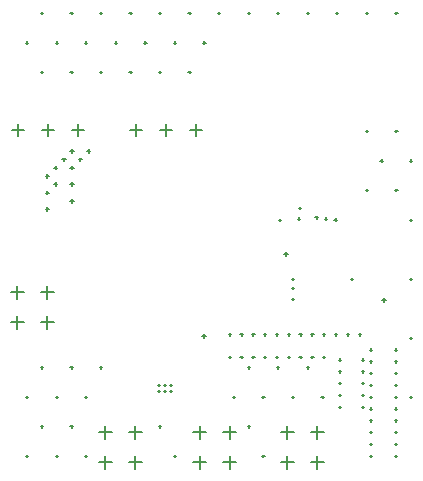
<source format=gbr>
%TF.GenerationSoftware,Altium Limited,Altium Designer,24.6.1 (21)*%
G04 Layer_Color=128*
%FSLAX45Y45*%
%MOMM*%
%TF.SameCoordinates,18E76ECD-83C5-444D-8C50-6D49F83D0F89*%
%TF.FilePolarity,Positive*%
%TF.FileFunction,Drillmap*%
%TF.Part,Single*%
G01*
G75*
%TA.AperFunction,NonConductor*%
%ADD95C,0.12700*%
D95*
X565000Y-1964000D02*
X675000D01*
X620000Y-2019000D02*
Y-1909000D01*
X819000Y-1964000D02*
X929000D01*
X874000Y-2019000D02*
Y-1909000D01*
X565000Y-1710000D02*
X675000D01*
X620000Y-1765000D02*
Y-1655000D01*
X819000Y-1710000D02*
X929000D01*
X874000Y-1765000D02*
Y-1655000D01*
X-454000Y850000D02*
X-354000D01*
X-404000Y800000D02*
Y900000D01*
X-200000Y850000D02*
X-100000D01*
X-150000Y800000D02*
Y900000D01*
X-708000Y850000D02*
X-608000D01*
X-658000Y800000D02*
Y900000D01*
X-1454000Y850000D02*
X-1354000D01*
X-1404000Y800000D02*
Y900000D01*
X-1200000Y850000D02*
X-1100000D01*
X-1150000Y800000D02*
Y900000D01*
X-1708000Y850000D02*
X-1608000D01*
X-1658000Y800000D02*
Y900000D01*
X-1719000Y-526000D02*
X-1609000D01*
X-1664000Y-581000D02*
Y-471000D01*
X-1719000Y-780000D02*
X-1609000D01*
X-1664000Y-835000D02*
Y-725000D01*
X-1465000Y-780000D02*
X-1355000D01*
X-1410000Y-835000D02*
Y-725000D01*
X-1465000Y-526000D02*
X-1355000D01*
X-1410000Y-581000D02*
Y-471000D01*
X-175000Y-1964000D02*
X-65000D01*
X-120000Y-2019000D02*
Y-1909000D01*
X79000Y-1964000D02*
X189000D01*
X134000Y-2019000D02*
Y-1909000D01*
X-175000Y-1710000D02*
X-65000D01*
X-120000Y-1765000D02*
Y-1655000D01*
X79000Y-1710000D02*
X189000D01*
X134000Y-1765000D02*
Y-1655000D01*
X-975000Y-1964000D02*
X-865000D01*
X-920000Y-2019000D02*
Y-1909000D01*
X-721000Y-1964000D02*
X-611000D01*
X-666000Y-2019000D02*
Y-1909000D01*
X-975000Y-1710000D02*
X-865000D01*
X-920000Y-1765000D02*
Y-1655000D01*
X-721000Y-1710000D02*
X-611000D01*
X-666000Y-1765000D02*
Y-1655000D01*
X940000Y100000D02*
X960000D01*
X950000Y90000D02*
Y110000D01*
X860000D02*
X880000D01*
X870000Y100000D02*
Y120000D01*
X710000Y100000D02*
X730000D01*
X720000Y90000D02*
Y110000D01*
X550000Y90000D02*
X570000D01*
X560000Y80000D02*
Y100000D01*
X720000Y190000D02*
X740000D01*
X730000Y180000D02*
Y200000D01*
X1660000Y590001D02*
X1680000D01*
X1670000Y580001D02*
Y600001D01*
X1660000Y90001D02*
X1680000D01*
X1670000Y80001D02*
Y100001D01*
X1660000Y-409999D02*
X1680000D01*
X1670000Y-419999D02*
Y-399999D01*
X1660000Y-909999D02*
X1680000D01*
X1670000Y-919999D02*
Y-899999D01*
X1660000Y-1409999D02*
X1680000D01*
X1670000Y-1419999D02*
Y-1399999D01*
X1535000Y1840001D02*
X1555000D01*
X1545000Y1830001D02*
Y1850001D01*
X1535000Y840001D02*
X1555000D01*
X1545000Y830001D02*
Y850001D01*
X1410000Y590001D02*
X1430000D01*
X1420000Y580001D02*
Y600001D01*
X1535000Y340001D02*
X1555000D01*
X1545000Y330001D02*
Y350001D01*
X1285000Y1840001D02*
X1305000D01*
X1295000Y1830001D02*
Y1850001D01*
X1285000Y840001D02*
X1305000D01*
X1295000Y830001D02*
Y850001D01*
X1285000Y340001D02*
X1305000D01*
X1295000Y330001D02*
Y350001D01*
X1160000Y-409999D02*
X1180000D01*
X1170000Y-419999D02*
Y-399999D01*
X1035000Y1840001D02*
X1055000D01*
X1045000Y1830001D02*
Y1850001D01*
X910000Y-1409999D02*
X930000D01*
X920000Y-1419999D02*
Y-1399999D01*
X785000Y1840001D02*
X805000D01*
X795000Y1830001D02*
Y1850001D01*
X660000Y-409999D02*
X680000D01*
X670000Y-419999D02*
Y-399999D01*
X785000Y-1159999D02*
X805000D01*
X795000Y-1169999D02*
Y-1149999D01*
X660000Y-1409999D02*
X680000D01*
X670000Y-1419999D02*
Y-1399999D01*
X535000Y1840001D02*
X555000D01*
X545000Y1830001D02*
Y1850001D01*
X535000Y-1159999D02*
X555000D01*
X545000Y-1169999D02*
Y-1149999D01*
X410000Y-1409999D02*
X430000D01*
X420000Y-1419999D02*
Y-1399999D01*
X410000Y-1909999D02*
X430000D01*
X420000Y-1919999D02*
Y-1900000D01*
X285000Y1840001D02*
X305000D01*
X295000Y1830001D02*
Y1850001D01*
X285000Y-1159999D02*
X305000D01*
X295000Y-1169999D02*
Y-1149999D01*
X160000Y-1409999D02*
X180000D01*
X170000Y-1419999D02*
Y-1399999D01*
X285000Y-1659999D02*
X305000D01*
X295000Y-1669999D02*
Y-1649999D01*
X35000Y1840001D02*
X55000D01*
X45000Y1830001D02*
Y1850001D01*
X-90000Y1590001D02*
X-70000D01*
X-80000Y1580001D02*
Y1600001D01*
X-215000Y1840001D02*
X-195000D01*
X-205000Y1830001D02*
Y1850001D01*
X-340000Y1590001D02*
X-320000D01*
X-330000Y1580001D02*
Y1600001D01*
X-215000Y1340001D02*
X-195000D01*
X-205000Y1330001D02*
Y1350001D01*
X-340000Y-1909999D02*
X-320000D01*
X-330000Y-1919999D02*
Y-1900000D01*
X-465000Y1840001D02*
X-445000D01*
X-455000Y1830001D02*
Y1850001D01*
X-590000Y1590001D02*
X-570000D01*
X-580000Y1580001D02*
Y1600001D01*
X-465000Y1340001D02*
X-445000D01*
X-455000Y1330001D02*
Y1350001D01*
X-465000Y-1659999D02*
X-445000D01*
X-455000Y-1669999D02*
Y-1649999D01*
X-715000Y1840001D02*
X-695000D01*
X-705000Y1830001D02*
Y1850001D01*
X-840000Y1590001D02*
X-820000D01*
X-830000Y1580001D02*
Y1600001D01*
X-715000Y1340001D02*
X-695000D01*
X-705000Y1330001D02*
Y1350001D01*
X-965000Y1840001D02*
X-945000D01*
X-955000Y1830001D02*
Y1850001D01*
X-1090000Y1590001D02*
X-1070000D01*
X-1080000Y1580001D02*
Y1600001D01*
X-965000Y1340001D02*
X-945000D01*
X-955000Y1330001D02*
Y1350001D01*
X-965000Y-1159999D02*
X-945000D01*
X-955000Y-1169999D02*
Y-1149999D01*
X-1090000Y-1409999D02*
X-1070000D01*
X-1080000Y-1419999D02*
Y-1399999D01*
X-1090000Y-1909999D02*
X-1070000D01*
X-1080000Y-1919999D02*
Y-1900000D01*
X-1215000Y1840001D02*
X-1195000D01*
X-1205000Y1830001D02*
Y1850001D01*
X-1340000Y1590001D02*
X-1320000D01*
X-1330000Y1580001D02*
Y1600001D01*
X-1215000Y1340001D02*
X-1195000D01*
X-1205000Y1330001D02*
Y1350001D01*
X-1215000Y-1159999D02*
X-1195000D01*
X-1205000Y-1169999D02*
Y-1149999D01*
X-1340000Y-1409999D02*
X-1320000D01*
X-1330000Y-1419999D02*
Y-1399999D01*
X-1215000Y-1659999D02*
X-1195000D01*
X-1205000Y-1669999D02*
Y-1649999D01*
X-1340000Y-1909999D02*
X-1320000D01*
X-1330000Y-1919999D02*
Y-1900000D01*
X-1465000Y1840001D02*
X-1445000D01*
X-1455000Y1830001D02*
Y1850001D01*
X-1590000Y1590001D02*
X-1570000D01*
X-1580000Y1580001D02*
Y1600001D01*
X-1465000Y1340001D02*
X-1445000D01*
X-1455000Y1330001D02*
Y1350001D01*
X-1465000Y-1159999D02*
X-1445000D01*
X-1455000Y-1169999D02*
Y-1149999D01*
X-1590000Y-1409999D02*
X-1570000D01*
X-1580000Y-1419999D02*
Y-1399999D01*
X-1465000Y-1659999D02*
X-1445000D01*
X-1455000Y-1669999D02*
Y-1649999D01*
X-1590000Y-1909999D02*
X-1570000D01*
X-1580000Y-1919999D02*
Y-1900000D01*
X-97500Y-892500D02*
X-67500D01*
X-82500Y-907500D02*
Y-877500D01*
X-1214999Y250000D02*
X-1184999D01*
X-1199999Y235000D02*
Y265000D01*
X-1075000Y670000D02*
X-1045000D01*
X-1060000Y655000D02*
Y685000D01*
X-1145000Y600000D02*
X-1115000D01*
X-1130000Y585000D02*
Y615000D01*
X-1215000Y670000D02*
X-1185000D01*
X-1200000Y655000D02*
Y685000D01*
X-1425000Y180000D02*
X-1395000D01*
X-1410000Y165000D02*
Y195000D01*
X-1215000Y390000D02*
X-1185000D01*
X-1200000Y375000D02*
Y405000D01*
X-1285000Y600000D02*
X-1255000D01*
X-1270000Y585000D02*
Y615000D01*
X-1215000Y530000D02*
X-1185000D01*
X-1200000Y515000D02*
Y545000D01*
X-1355000Y530000D02*
X-1325000D01*
X-1340000Y515000D02*
Y545000D01*
X-1425000Y460000D02*
X-1395000D01*
X-1410000Y445000D02*
Y475000D01*
X-1425000Y320000D02*
X-1395000D01*
X-1410000Y305000D02*
Y335000D01*
X-1355000Y390000D02*
X-1325000D01*
X-1340000Y375000D02*
Y405000D01*
X-475000Y-1360000D02*
X-455000D01*
X-465000Y-1370000D02*
Y-1350000D01*
X-425000Y-1360000D02*
X-405000D01*
X-415000Y-1370000D02*
Y-1350000D01*
X-375000Y-1360000D02*
X-355000D01*
X-365000Y-1370000D02*
Y-1350000D01*
X-375000Y-1310000D02*
X-355000D01*
X-365000Y-1320000D02*
Y-1300000D01*
X-425000Y-1310000D02*
X-405000D01*
X-415000Y-1320000D02*
Y-1300000D01*
X-475000Y-1310000D02*
X-455000D01*
X-465000Y-1320000D02*
Y-1300000D01*
X1320000Y-1110000D02*
X1340000D01*
X1330000Y-1120000D02*
Y-1100000D01*
X1320000Y-1210000D02*
X1340000D01*
X1330000Y-1220000D02*
Y-1200000D01*
X1320000Y-1310000D02*
X1340000D01*
X1330000Y-1320000D02*
Y-1300000D01*
X1320000Y-1410000D02*
X1340000D01*
X1330000Y-1420000D02*
Y-1400000D01*
X1320000Y-1510000D02*
X1340000D01*
X1330000Y-1520000D02*
Y-1500000D01*
X1320000Y-1610000D02*
X1340000D01*
X1330000Y-1620000D02*
Y-1600000D01*
X1320000Y-1710000D02*
X1340000D01*
X1330000Y-1720000D02*
Y-1700000D01*
X1320000Y-1810000D02*
X1340000D01*
X1330000Y-1820000D02*
Y-1800000D01*
X1320000Y-1910000D02*
X1340000D01*
X1330000Y-1920000D02*
Y-1900001D01*
X1320000Y-1010000D02*
X1340000D01*
X1330000Y-1020000D02*
Y-1000000D01*
X1250000Y-1495000D02*
X1269999D01*
X1260000Y-1505000D02*
Y-1485000D01*
X1250000Y-1395000D02*
X1269999D01*
X1260000Y-1405000D02*
Y-1385000D01*
X1250000Y-1295000D02*
X1269999D01*
X1260000Y-1305000D02*
Y-1285000D01*
X1250000Y-1195000D02*
X1269999D01*
X1260000Y-1205000D02*
Y-1185000D01*
X1250000Y-1095000D02*
X1269999D01*
X1260000Y-1105000D02*
Y-1085000D01*
X1225000Y-881674D02*
X1245000D01*
X1235000Y-891674D02*
Y-871674D01*
X1125000Y-881674D02*
X1145000D01*
X1135000Y-891674D02*
Y-871674D01*
X1025000Y-881674D02*
X1045000D01*
X1035000Y-891674D02*
Y-871674D01*
X925000Y-881674D02*
X945000D01*
X935000Y-891674D02*
Y-871674D01*
X825000Y-881674D02*
X845000D01*
X835000Y-891674D02*
Y-871674D01*
X725000Y-881674D02*
X745000D01*
X735000Y-891674D02*
Y-871674D01*
X625000Y-881674D02*
X645000D01*
X635000Y-891674D02*
Y-871674D01*
X525000Y-881674D02*
X545000D01*
X535000Y-891674D02*
Y-871674D01*
X425000Y-881674D02*
X445000D01*
X435000Y-891674D02*
Y-871674D01*
X325000Y-881674D02*
X345000D01*
X335000Y-891674D02*
Y-871674D01*
X225000Y-881674D02*
X245000D01*
X235000Y-891674D02*
Y-871674D01*
X124999Y-881674D02*
X144999D01*
X134999Y-891674D02*
Y-871674D01*
X925000Y-1071674D02*
X945000D01*
X935000Y-1081674D02*
Y-1061674D01*
X825000Y-1071674D02*
X845000D01*
X835000Y-1081674D02*
Y-1061674D01*
X725000Y-1071674D02*
X745000D01*
X735000Y-1081674D02*
Y-1061674D01*
X625000Y-1071674D02*
X645000D01*
X635000Y-1081674D02*
Y-1061674D01*
X525000Y-1071674D02*
X545000D01*
X535000Y-1081674D02*
Y-1061674D01*
X425000Y-1071674D02*
X445000D01*
X435000Y-1081674D02*
Y-1061674D01*
X325000Y-1071674D02*
X345000D01*
X335000Y-1081674D02*
Y-1061674D01*
X225000Y-1071674D02*
X245000D01*
X235000Y-1081674D02*
Y-1061674D01*
X124999Y-1071674D02*
X144999D01*
X134999Y-1081674D02*
Y-1061674D01*
X1060000Y-1095000D02*
X1080000D01*
X1070000Y-1105000D02*
Y-1085000D01*
X1060000Y-1195000D02*
X1080000D01*
X1070000Y-1205000D02*
Y-1185000D01*
X1060000Y-1295000D02*
X1080000D01*
X1070000Y-1305000D02*
Y-1285000D01*
X1060000Y-1395000D02*
X1080000D01*
X1070000Y-1405000D02*
Y-1385000D01*
X1060000Y-1495000D02*
X1080000D01*
X1070000Y-1505000D02*
Y-1485000D01*
X1530000Y-1010000D02*
X1550000D01*
X1540000Y-1020000D02*
Y-1000000D01*
X1530000Y-1910000D02*
X1550000D01*
X1540000Y-1920000D02*
Y-1900001D01*
X1530000Y-1810000D02*
X1550000D01*
X1540000Y-1820000D02*
Y-1800000D01*
X1530000Y-1710000D02*
X1550000D01*
X1540000Y-1720000D02*
Y-1700000D01*
X1530000Y-1610000D02*
X1550000D01*
X1540000Y-1620000D02*
Y-1600000D01*
X1530000Y-1510000D02*
X1550000D01*
X1540000Y-1520000D02*
Y-1500000D01*
X1530000Y-1410000D02*
X1550000D01*
X1540000Y-1420000D02*
Y-1400000D01*
X1530000Y-1310000D02*
X1550000D01*
X1540000Y-1320000D02*
Y-1300000D01*
X1530000Y-1210000D02*
X1550000D01*
X1540000Y-1220000D02*
Y-1200000D01*
X1530000Y-1110000D02*
X1550000D01*
X1540000Y-1120000D02*
Y-1100000D01*
X1015000Y90000D02*
X1045000D01*
X1030000Y75000D02*
Y105000D01*
X660000Y-580000D02*
X680000D01*
X670000Y-590000D02*
Y-570000D01*
X660000Y-490000D02*
X680000D01*
X670000Y-500000D02*
Y-480000D01*
X595000Y-200000D02*
X625000D01*
X610000Y-215000D02*
Y-185000D01*
X1425646Y-590592D02*
X1455646D01*
X1440646Y-605592D02*
Y-575592D01*
%TF.MD5,17d70c9dfdc3d28548747e71a9f1522e*%
M02*

</source>
